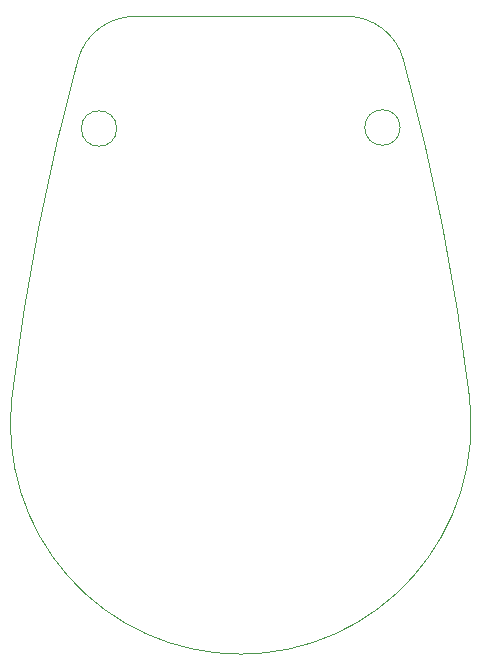
<source format=gbr>
%TF.GenerationSoftware,KiCad,Pcbnew,8.0.4*%
%TF.CreationDate,2024-08-11T09:47:25+05:30*%
%TF.ProjectId,Wrkshp_PCB_test,57726b73-6870-45f5-9043-425f74657374,rev?*%
%TF.SameCoordinates,Original*%
%TF.FileFunction,Profile,NP*%
%FSLAX46Y46*%
G04 Gerber Fmt 4.6, Leading zero omitted, Abs format (unit mm)*
G04 Created by KiCad (PCBNEW 8.0.4) date 2024-08-11 09:47:25*
%MOMM*%
%LPD*%
G01*
G04 APERTURE LIST*
%TA.AperFunction,Profile*%
%ADD10C,0.100000*%
%TD*%
G04 APERTURE END LIST*
D10*
X156960254Y-68842557D02*
G75*
G02*
X162540403Y-97335046I-190011309J-52005685D01*
G01*
X162540403Y-97335046D02*
G75*
G02*
X123819197Y-97335046I-19360603J-2327454D01*
G01*
X132679800Y-74662500D02*
G75*
G02*
X129679800Y-74662500I-1500000J0D01*
G01*
X129679800Y-74662500D02*
G75*
G02*
X132679800Y-74662500I1500000J0D01*
G01*
X152137620Y-65162500D02*
G75*
G02*
X156960231Y-68842563I-20J-5000000D01*
G01*
X152137620Y-65162500D02*
X134221977Y-65162500D01*
X156679800Y-74575000D02*
G75*
G02*
X153679800Y-74575000I-1500000J0D01*
G01*
X153679800Y-74575000D02*
G75*
G02*
X156679800Y-74575000I1500000J0D01*
G01*
X129399346Y-68842557D02*
G75*
G02*
X134221977Y-65162476I4822654J-1319943D01*
G01*
X123819197Y-97335046D02*
G75*
G02*
X129399339Y-68842555I195591503J-23513154D01*
G01*
M02*

</source>
